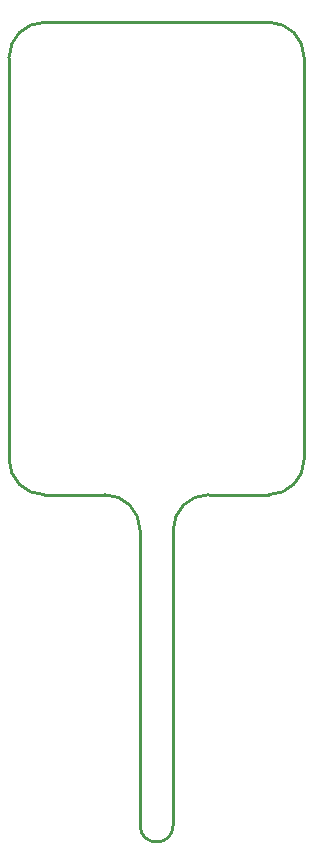
<source format=gbr>
%TF.GenerationSoftware,Altium Limited,Altium Designer,23.3.1 (30)*%
G04 Layer_Color=8388736*
%FSLAX26Y26*%
%MOIN*%
%TF.SameCoordinates,8EB50123-24BD-4293-BAC2-458A60E0733E*%
%TF.FilePolarity,Positive*%
%TF.FileFunction,Other,Board_Shape*%
%TF.Part,Single*%
G01*
G75*
%TA.AperFunction,NonConductor*%
%ADD27C,0.010000*%
D27*
X-55118Y984252D02*
G03*
X-173228Y1102362I-118110J0D01*
G01*
X173228D02*
G03*
X55118Y984252I0J-118110D01*
G01*
X-55118Y0D02*
G03*
X55118Y0I55118J0D01*
G01*
X374016Y1102362D02*
G03*
X492126Y1220472I0J118110D01*
G01*
X-492126D02*
G03*
X-374016Y1102362I118110J0D01*
G01*
X492126Y2559055D02*
G03*
X374016Y2677165I-118110J0D01*
G01*
X-374016D02*
G03*
X-492126Y2559055I0J-118110D01*
G01*
X-374016Y1102362D02*
X-173228D01*
X-55118Y0D02*
Y984252D01*
X55118Y0D02*
Y984252D01*
X173228Y1102362D02*
X374016D01*
X-492126Y1220472D02*
Y2559055D01*
X492126Y1220472D02*
Y2559055D01*
X-374016Y2677165D02*
X374016D01*
%TF.MD5,2bf40a1e33afa0045c63720b13c717a6*%
M02*

</source>
